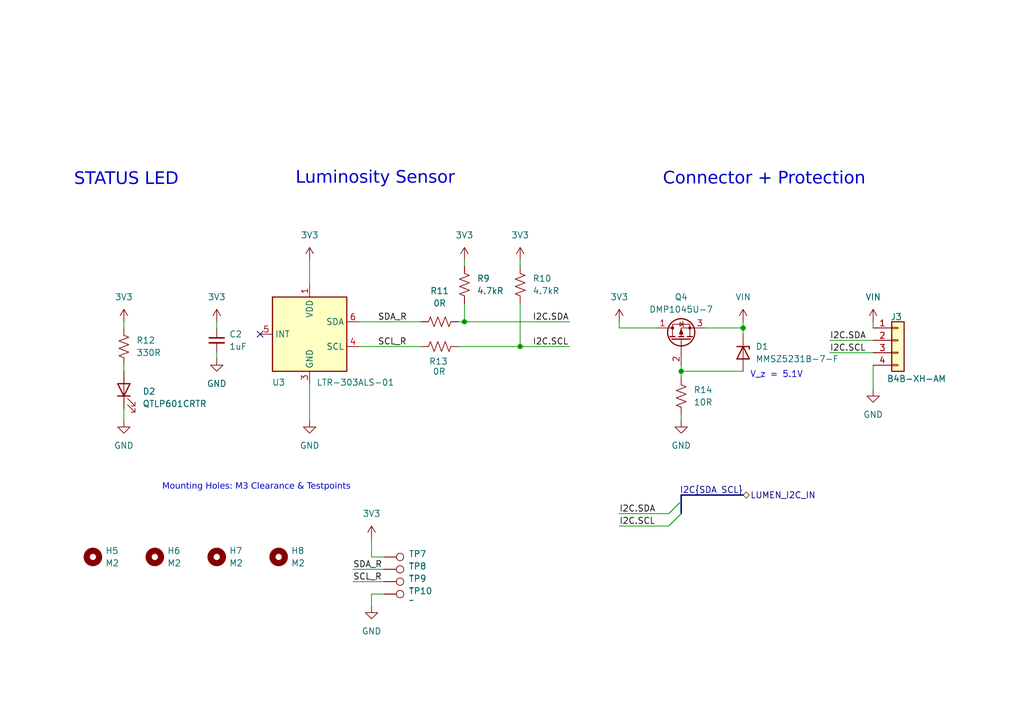
<source format=kicad_sch>
(kicad_sch (version 20231120) (generator "eeschema") (generator_version "8.0")
  (paper "A5")
  (title_block (title "${SHEETNAME}") (date "2024-11-13") (rev "1.2.0") (company "Demeter") (comment 1 "Akshat Doctor"))
  (lib_symbols
    (symbol "Connector:TestPoint" (pin_numbers hide) (pin_names (offset 0.762) hide)
      (property "Reference" "TP" (at 0 6.858 0))
      (property "Value" "TestPoint" (at 0 5.08 0))
      (symbol "TestPoint_0_1"
        (circle (center 0 3.302) (radius 0.762))
      )
      (symbol "TestPoint_1_1"
        (pin passive line (at 0 0 90) (length 2.54) (name "1") (number "1"))
      )
    )
    (symbol "Connector_Generic:Conn_01x04" (pin_names (offset 1.016) hide)
      (property "Reference" "J" (at 0 5.08 0))
      (property "Value" "Conn_01x04" (at 0 -7.62 0))
      (symbol "Conn_01x04_1_1"
        (rectangle (start -1.27 -4.953) (end 0 -5.207) (stroke (width 0.1524)))
        (rectangle (start -1.27 -2.413) (end 0 -2.667) (stroke (width 0.1524)))
        (rectangle (start -1.27 0.127) (end 0 -0.127) (stroke (width 0.1524)))
        (rectangle (start -1.27 2.667) (end 0 2.413) (stroke (width 0.1524)))
        (rectangle (start -1.27 3.81) (end 1.27 -6.35) (stroke (width 0.254)) (fill (type background)))
        (pin passive line (at -5.08 2.54 0) (length 3.81) (name "Pin_1") (number "1"))
        (pin passive line (at -5.08 0 0) (length 3.81) (name "Pin_2") (number "2"))
        (pin passive line (at -5.08 -2.54 0) (length 3.81) (name "Pin_3") (number "3"))
        (pin passive line (at -5.08 -5.08 0) (length 3.81) (name "Pin_4") (number "4"))
      )
    )
    (symbol "Device:C_Small" (pin_numbers hide) (pin_names (offset 0.254) hide)
      (property "Reference" "C" (at 0.254 1.778 0))
      (property "Value" "C_Small" (at 0.254 -2.032 0))
      (symbol "C_Small_0_1"
        (polyline (pts (xy -1.524 -0.508) (xy 1.524 -0.508)) (stroke (width 0.3302)))
        (polyline (pts (xy -1.524 0.508) (xy 1.524 0.508)) (stroke (width 0.3048)))
      )
      (symbol "C_Small_1_1"
        (pin passive line (at 0 2.54 270) (length 2.032) (name "~") (number "1"))
        (pin passive line (at 0 -2.54 90) (length 2.032) (name "~") (number "2"))
      )
    )
    (symbol "Device:D_Zener" (pin_numbers hide) (pin_names (offset 1.016) hide)
      (property "Reference" "D" (at 0 2.54 0))
      (property "Value" "D_Zener" (at 0 -2.54 0))
      (symbol "D_Zener_0_1"
        (polyline (pts (xy 1.27 0) (xy -1.27 0)))
        (polyline (pts (xy -1.27 -1.27) (xy -1.27 1.27) (xy -0.762 1.27)) (stroke (width 0.254)))
        (polyline (pts (xy 1.27 -1.27) (xy 1.27 1.27) (xy -1.27 0) (xy 1.27 -1.27)) (stroke (width 0.254)))
      )
      (symbol "D_Zener_1_1"
        (pin passive line (at -3.81 0 0) (length 2.54) (name "K") (number "1"))
        (pin passive line (at 3.81 0 180) (length 2.54) (name "A") (number "2"))
      )
    )
    (symbol "Device:LED" (pin_numbers hide) (pin_names (offset 1.016) hide)
      (property "Reference" "D" (at 0 2.54 0))
      (property "Value" "LED" (at 0 -2.54 0))
      (symbol "LED_0_1"
        (polyline (pts (xy -1.27 -1.27) (xy -1.27 1.27)) (stroke (width 0.254)))
        (polyline (pts (xy -1.27 0) (xy 1.27 0)))
        (polyline (pts (xy 1.27 -1.27) (xy 1.27 1.27) (xy -1.27 0) (xy 1.27 -1.27)) (stroke (width 0.254)))
        (polyline (pts (xy -3.048 -0.762) (xy -4.572 -2.286) (xy -3.81 -2.286) (xy -4.572 -2.286) (xy -4.572 -1.524)))
        (polyline (pts (xy -1.778 -0.762) (xy -3.302 -2.286) (xy -2.54 -2.286) (xy -3.302 -2.286) (xy -3.302 -1.524)))
      )
      (symbol "LED_1_1"
        (pin passive line (at -3.81 0 0) (length 2.54) (name "K") (number "1"))
        (pin passive line (at 3.81 0 180) (length 2.54) (name "A") (number "2"))
      )
    )
    (symbol "Device:Q_PMOS_DGS" (pin_names (offset 0) hide)
      (property "Reference" "Q" (at 5.08 1.27 0))
      (property "Value" "Q_PMOS_DGS" (at 5.08 -1.27 0))
      (symbol "Q_PMOS_DGS_0_1"
        (polyline (pts (xy 0.254 0) (xy -2.54 0)))
        (polyline (pts (xy 0.254 1.905) (xy 0.254 -1.905)) (stroke (width 0.254)))
        (polyline (pts (xy 0.762 -1.27) (xy 0.762 -2.286)) (stroke (width 0.254)))
        (polyline (pts (xy 0.762 0.508) (xy 0.762 -0.508)) (stroke (width 0.254)))
        (polyline (pts (xy 0.762 2.286) (xy 0.762 1.27)) (stroke (width 0.254)))
        (polyline (pts (xy 2.54 2.54) (xy 2.54 1.778)))
        (polyline (pts (xy 2.54 -2.54) (xy 2.54 0) (xy 0.762 0)))
        (polyline (pts (xy 0.762 1.778) (xy 3.302 1.778) (xy 3.302 -1.778) (xy 0.762 -1.778)))
        (polyline (pts (xy 2.286 0) (xy 1.27 0.381) (xy 1.27 -0.381) (xy 2.286 0)) (fill (type outline)))
        (polyline (pts (xy 2.794 -0.508) (xy 2.921 -0.381) (xy 3.683 -0.381) (xy 3.81 -0.254)))
        (polyline (pts (xy 3.302 -0.381) (xy 2.921 0.254) (xy 3.683 0.254) (xy 3.302 -0.381)))
        (circle (center 1.651 0) (radius 2.794) (stroke (width 0.254)))
        (circle (center 2.54 -1.778) (radius 0.254) (fill (type outline)))
        (circle (center 2.54 1.778) (radius 0.254) (fill (type outline)))
      )
      (symbol "Q_PMOS_DGS_1_1"
        (pin passive line (at 2.54 5.08 270) (length 2.54) (name "D") (number "1"))
        (pin input line (at -5.08 0 0) (length 2.54) (name "G") (number "2"))
        (pin passive line (at 2.54 -5.08 90) (length 2.54) (name "S") (number "3"))
      )
    )
    (symbol "Device:R_US" (pin_numbers hide) (pin_names (offset 0))
      (property "Reference" "R" (at 2.54 0 90))
      (property "Value" "R_US" (at -2.54 0 90))
      (symbol "R_US_0_1"
        (polyline (pts (xy 0 -2.286) (xy 0 -2.54)))
        (polyline (pts (xy 0 2.286) (xy 0 2.54)))
        (polyline (pts (xy 0 -0.762) (xy 1.016 -1.143) (xy 0 -1.524) (xy -1.016 -1.905) (xy 0 -2.286)))
        (polyline (pts (xy 0 0.762) (xy 1.016 0.381) (xy 0 0) (xy -1.016 -0.381) (xy 0 -0.762)))
        (polyline (pts (xy 0 2.286) (xy 1.016 1.905) (xy 0 1.524) (xy -1.016 1.143) (xy 0 0.762)))
      )
      (symbol "R_US_1_1"
        (pin passive line (at 0 3.81 270) (length 1.27) (name "~") (number "1"))
        (pin passive line (at 0 -3.81 90) (length 1.27) (name "~") (number "2"))
      )
    )
    (symbol "Mechanical:MountingHole" (pin_names (offset 1.016)) (exclude_from_sim yes) (in_bom no)
      (property "Reference" "H" (at 0 5.08 0))
      (property "Value" "MountingHole" (at 0 3.175 0))
      (symbol "MountingHole_0_1"
        (circle (center 0 0) (radius 1.27) (stroke (width 1.27)))
      )
    )
    (symbol "Sensor_Optical:LTR-303ALS-01"
      (property "Reference" "U" (at -7.62 8.89 0))
      (property "Value" "LTR-303ALS-01" (at 1.27 8.89 0))
      (symbol "LTR-303ALS-01_0_1"
        (rectangle (start -7.62 7.62) (end 7.62 -7.62) (stroke (width 0.254)) (fill (type background)))
      )
      (symbol "LTR-303ALS-01_1_1"
        (pin power_in line (at 0 10.16 270) (length 2.54) (name "VDD") (number "1"))
        (pin no_connect line (at 7.62 -2.54 180) (length 2.54) hide (name "NC") (number "2"))
        (pin power_in line (at 0 -10.16 90) (length 2.54) (name "GND") (number "3"))
        (pin input line (at -10.16 -2.54 0) (length 2.54) (name "SCL") (number "4"))
        (pin open_collector line (at 10.16 0 180) (length 2.54) (name "INT") (number "5"))
        (pin bidirectional line (at -10.16 2.54 0) (length 2.54) (name "SDA") (number "6"))
      )
    )
    (symbol "power:GND" (power) (pin_numbers hide) (pin_names (offset 0) hide)
      (property "Value" "GND" (at 0 -3.81 0))
      (symbol "GND_0_1"
        (polyline (pts (xy 0 0) (xy 0 -1.27) (xy 1.27 -1.27) (xy 0 -2.54) (xy -1.27 -1.27) (xy 0 -1.27)))
      )
      (symbol "GND_1_1"
        (pin power_in line (at 0 0 270) (length 0) (name "~") (number "1"))
      )
    )
    (symbol "power:VBUS" (power) (pin_numbers hide) (pin_names (offset 0) hide)
      (property "Value" "VBUS" (at 0 3.556 0))
      (symbol "VBUS_0_1"
        (polyline (pts (xy -0.762 1.27) (xy 0 2.54)))
        (polyline (pts (xy 0 0) (xy 0 2.54)))
        (polyline (pts (xy 0 2.54) (xy 0.762 1.27)))
      )
      (symbol "VBUS_1_1"
        (pin power_in line (at 0 0 90) (length 0) (name "~") (number "1"))
      )
    )
  )
  (junction (at 139.7 76.2))
  (junction (at 152.4 67.31))
  (junction (at 95.25 66.04))
  (junction (at 106.68 71.12))
  (no_connect (at 53.34 68.58))
  (bus_entry (at 139.7 102.87) (size -2.54 2.54))
  (bus_entry (at 139.7 105.41) (size -2.54 2.54))
  (bus_entry (at 139.7 105.41) (size -2.54 2.54))
  (bus_entry (at 139.7 102.87) (size -2.54 2.54))
  (wire (pts (xy 72.39 119.38) (xy 78.74 119.38)))
  (bus (pts (xy 139.7 102.87) (xy 139.7 105.41)))
  (wire (pts (xy 25.4 66.04) (xy 25.4 67.31)))
  (wire (pts (xy 152.4 68.58) (xy 152.4 67.31)))
  (wire (pts (xy 78.74 114.3) (xy 76.2 114.3)))
  (wire (pts (xy 139.7 76.2) (xy 152.4 76.2)))
  (wire (pts (xy 127 107.95) (xy 137.16 107.95)))
  (wire (pts (xy 78.74 121.92) (xy 76.2 121.92)))
  (wire (pts (xy 106.68 71.12) (xy 116.84 71.12)))
  (wire (pts (xy 63.5 58.42) (xy 63.5 53.34)))
  (wire (pts (xy 95.25 62.23) (xy 95.25 66.04)))
  (wire (pts (xy 73.66 71.12) (xy 86.36 71.12)))
  (wire (pts (xy 170.18 69.85) (xy 179.07 69.85)))
  (wire (pts (xy 139.7 85.09) (xy 139.7 86.36)))
  (wire (pts (xy 63.5 78.74) (xy 63.5 86.36)))
  (wire (pts (xy 179.07 66.04) (xy 179.07 67.31)))
  (wire (pts (xy 127 66.04) (xy 127 67.31)))
  (wire (pts (xy 144.78 67.31) (xy 152.4 67.31)))
  (bus (pts (xy 139.7 101.6) (xy 139.7 102.87)))
  (wire (pts (xy 152.4 66.04) (xy 152.4 67.31)))
  (wire (pts (xy 76.2 121.92) (xy 76.2 124.46)))
  (wire (pts (xy 73.66 66.04) (xy 86.36 66.04)))
  (wire (pts (xy 72.39 116.84) (xy 78.74 116.84)))
  (wire (pts (xy 76.2 110.49) (xy 76.2 114.3)))
  (wire (pts (xy 25.4 83.82) (xy 25.4 86.36)))
  (wire (pts (xy 93.98 71.12) (xy 106.68 71.12)))
  (wire (pts (xy 179.07 74.93) (xy 179.07 80.01)))
  (wire (pts (xy 170.18 72.39) (xy 179.07 72.39)))
  (wire (pts (xy 127 105.41) (xy 137.16 105.41)))
  (wire (pts (xy 95.25 66.04) (xy 116.84 66.04)))
  (wire (pts (xy 25.4 74.93) (xy 25.4 76.2)))
  (bus (pts (xy 139.7 101.6) (xy 152.4 101.6)))
  (wire (pts (xy 106.68 71.12) (xy 106.68 62.23)))
  (wire (pts (xy 93.98 66.04) (xy 95.25 66.04)))
  (wire (pts (xy 44.45 72.39) (xy 44.45 73.66)))
  (wire (pts (xy 127 67.31) (xy 134.62 67.31)))
  (wire (pts (xy 95.25 53.34) (xy 95.25 54.61)))
  (wire (pts (xy 139.7 77.47) (xy 139.7 76.2)))
  (wire (pts (xy 139.7 74.93) (xy 139.7 76.2)))
  (wire (pts (xy 44.45 66.04) (xy 44.45 67.31)))
  (wire (pts (xy 106.68 53.34) (xy 106.68 54.61)))
  (text "Mounting Holes: M3 Clearance & Testpoints\n" (at 52.578 100.33 0) (effects (font (size 1.27 1.27))))
  (text "V_z = 5.1V" (at 159.258 76.962 0) (effects (font (size 1.27 1.27))))
  (text "STATUS LED\n" (exclude_from_sim yes) (at 25.908 37.592 0) (effects (font (size 2.54 2.54))))
  (text "Luminosity Sensor\n" (at 76.962 37.338 0) (effects (font (size 2.54 2.54))))
  (text "Connector + Protection\n\n" (at 156.718 39.624 0) (effects (font (size 2.54 2.54))))
  (label "I2C.SCL" (at 170.18 72.39 0))
  (label "I2C.SDA" (at 127 105.41 0))
  (label "I2C.SCL" (at 127 107.95 0))
  (label "I2C.SCL" (at 109.22 71.12 0))
  (label "I2C.SDA" (at 170.18 69.85 0))
  (label "SCL_R" (at 72.39 119.38 0))
  (label "SDA_R" (at 72.39 116.84 0))
  (label "I2C.SDA" (at 109.22 66.04 0))
  (label "SDA_R" (at 77.47 66.04 0))
  (label "I2C{SDA SCL}" (at 152.4 101.6 180))
  (label "SCL_R" (at 77.47 71.12 0))
  (hierarchical_label "LUMEN_I2C_IN" (shape bidirectional) (at 152.4 101.6 0))
  (symbol (lib_id "power:VBUS") (at 63.5 53.34 0) (mirror y) (unit 1)
    (property "Reference" "#PWR019" (effects (hide yes)))
    (property "Value" "3V3" (at 63.5 48.26 0))
    (property "Description" "Power symbol creates a global label with name \"VBUS\"" (effects (hide yes)))
    (instances (project "Node Controller" (path "" (reference "#PWR019") (unit 1)) (path "" (reference "#PWR051") (unit 1))))
  )
  (symbol (lib_id "power:GND") (at 139.7 86.36 0) (mirror y) (unit 1)
    (property "Reference" "#PWR031" (effects (hide yes)))
    (property "Value" "GND" (at 139.7 91.44 0))
    (property "Description" "Power symbol creates a global label with name \"GND\" , ground" (effects (hide yes)))
    (instances (project "Node Controller" (path "" (reference "#PWR031") (unit 1)) (path "" (reference "#PWR063") (unit 1))))
  )
  (symbol (lib_id "power:GND") (at 179.07 80.01 0) (mirror y) (unit 1)
    (property "Reference" "#PWR028" (effects (hide yes)))
    (property "Value" "GND" (at 179.07 85.09 0))
    (property "Description" "Power symbol creates a global label with name \"GND\" , ground" (effects (hide yes)))
    (instances (project "Node Controller" (path "" (reference "#PWR028") (unit 1)) (path "" (reference "#PWR060") (unit 1))))
  )
  (symbol (lib_id "power:VBUS") (at 127 66.04 0) (mirror y) (unit 1)
    (property "Reference" "#PWR024" (effects (hide yes)))
    (property "Value" "3V3" (at 127 60.96 0))
    (property "Description" "Power symbol creates a global label with name \"VBUS\"" (effects (hide yes)))
    (instances (project "Node Controller" (path "" (reference "#PWR024") (unit 1)) (path "" (reference "#PWR056") (unit 1))))
  )
  (symbol (lib_id "Device:R_US") (at 95.25 58.42 180) (unit 1)
    (property "Reference" "R9" (at 97.79 57.1499 0) (effects (justify right)))
    (property "Value" "4.7kR" (at 97.79 59.6899 0) (effects (justify right)))
    (property "Footprint" "Resistor_SMD:R_0603_1608Metric" (effects (hide yes)))
    (property "Description" "Resistor, US symbol" (effects (hide yes)))
    (property "Part Number" "RC0603FR-074K7L" (effects (hide yes)))
    (instances (project "Node Controller" (path "" (reference "R9") (unit 1)) (path "" (reference "R23") (unit 1))))
  )
  (symbol (lib_id "Mechanical:MountingHole") (at 57.15 114.3 0) (unit 1) (exclude_from_sim yes) (in_bom no)
    (property "Reference" "H8" (at 59.69 113.0299 0) (effects (justify left)))
    (property "Value" "M2" (at 59.69 115.5699 0) (effects (justify left)))
    (property "Footprint" "MountingHole:MountingHole_2.2mm_M2_Pad" (effects (hide yes)))
    (property "Description" "Mounting Hole without connection" (effects (hide yes)))
    (instances (project "Node Controller" (path "" (reference "H8") (unit 1)) (path "" (reference "H16") (unit 1))))
  )
  (symbol (lib_id "power:VBUS") (at 179.07 66.04 0) (mirror y) (unit 1)
    (property "Reference" "#PWR026" (effects (hide yes)))
    (property "Value" "VIN" (at 179.07 60.96 0))
    (property "Description" "Power symbol creates a global label with name \"VBUS\"" (effects (hide yes)))
    (instances (project "Node Controller" (path "" (reference "#PWR026") (unit 1)) (path "" (reference "#PWR058") (unit 1))))
  )
  (symbol (lib_id "power:GND") (at 76.2 124.46 0) (mirror y) (unit 1)
    (property "Reference" "#PWR033" (effects (hide yes)))
    (property "Value" "GND" (at 76.2 129.54 0))
    (property "Description" "Power symbol creates a global label with name \"GND\" , ground" (effects (hide yes)))
    (instances (project "Node Controller" (path "" (reference "#PWR033") (unit 1)) (path "" (reference "#PWR065") (unit 1))))
  )
  (symbol (lib_id "Connector_Generic:Conn_01x04") (at 184.15 69.85 0) (unit 1)
    (property "Reference" "J3" (at 182.626 65.024 0) (effects (justify left)))
    (property "Value" "B4B-XH-AM" (at 181.864 77.724 0) (effects (justify left)))
    (property "Footprint" "Connector_JST:JST_XH_B4B-XH-AM_1x04_P2.50mm_Vertical" (effects (hide yes)))
    (property "Description" "Generic connector, single row, 01x04, script generated (kicad-library-utils/schlib/autogen/connector/)" (effects (hide yes)))
    (property "Part Number" "B4B-XH-AM " (effects (hide yes)))
    (instances (project "Node Controller" (path "" (reference "J3") (unit 1)) (path "" (reference "J6") (unit 1))))
  )
  (symbol (lib_id "power:VBUS") (at 25.4 66.04 0) (mirror y) (unit 1)
    (property "Reference" "#PWR022" (effects (hide yes)))
    (property "Value" "3V3" (at 25.4 60.96 0))
    (property "Description" "Power symbol creates a global label with name \"VBUS\"" (effects (hide yes)))
    (instances (project "Node Controller" (path "" (reference "#PWR022") (unit 1)) (path "" (reference "#PWR054") (unit 1))))
  )
  (symbol (lib_id "Sensor_Optical:LTR-303ALS-01") (at 63.5 68.58 0) (mirror y) (unit 1)
    (property "Reference" "U3" (at 57.15 78.486 0))
    (property "Value" "LTR-303ALS-01" (at 72.898 78.486 0))
    (property "Footprint" "OptoDevice:Lite-On_LTR-303ALS-01" (effects (hide yes)))
    (property "Datasheet" "https://optoelectronics.liteon.com/upload/download/DS86-2013-0004/LTR-303ALS-01_DS_V1.pdf" (effects (hide yes)))
    (property "Description" "ambient light sensor, i2c interface, 0.01 to 64k lux, 2.4-3.6V" (effects (hide yes)))
    (property "Part Number" "LTR-303ALS-01" (effects (hide yes)))
    (instances (project "Node Controller" (path "" (reference "U3") (unit 1)) (path "" (reference "U5") (unit 1))))
  )
  (symbol (lib_id "power:VBUS") (at 76.2 110.49 0) (mirror y) (unit 1)
    (property "Reference" "#PWR032" (effects (hide yes)))
    (property "Value" "3V3" (at 76.2 105.41 0))
    (property "Description" "Power symbol creates a global label with name \"VBUS\"" (effects (hide yes)))
    (instances (project "Node Controller" (path "" (reference "#PWR032") (unit 1)) (path "" (reference "#PWR064") (unit 1))))
  )
  (symbol (lib_id "Connector:TestPoint") (at 78.74 119.38 270) (unit 1)
    (property "Reference" "TP9" (at 83.82 118.7449 90) (effects (justify left)))
    (property "Value" "~" (at 83.82 120.65 90) (effects (justify left)))
    (property "Footprint" "TestPoint:TestPoint_Pad_D1.0mm" (effects (hide yes)))
    (property "Description" "test point" (effects (hide yes)))
    (instances (project "Node Controller" (path "" (reference "TP9") (unit 1)) (path "" (reference "TP17") (unit 1))))
  )
  (symbol (lib_id "Connector:TestPoint") (at 78.74 121.92 270) (unit 1)
    (property "Reference" "TP10" (at 83.82 121.2849 90) (effects (justify left)))
    (property "Value" "~" (at 83.82 123.19 90) (effects (justify left)))
    (property "Footprint" "TestPoint:TestPoint_Pad_D1.0mm" (effects (hide yes)))
    (property "Description" "test point" (effects (hide yes)))
    (instances (project "Node Controller" (path "" (reference "TP10") (unit 1)) (path "" (reference "TP18") (unit 1))))
  )
  (symbol (lib_id "power:GND") (at 63.5 86.36 0) (mirror y) (unit 1)
    (property "Reference" "#PWR030" (effects (hide yes)))
    (property "Value" "GND" (at 63.5 91.44 0))
    (property "Description" "Power symbol creates a global label with name \"GND\" , ground" (effects (hide yes)))
    (instances (project "Node Controller" (path "" (reference "#PWR030") (unit 1)) (path "" (reference "#PWR062") (unit 1))))
  )
  (symbol (lib_id "Mechanical:MountingHole") (at 31.75 114.3 0) (unit 1) (exclude_from_sim yes) (in_bom no)
    (property "Reference" "H6" (at 34.29 113.0299 0) (effects (justify left)))
    (property "Value" "M2" (at 34.29 115.5699 0) (effects (justify left)))
    (property "Footprint" "MountingHole:MountingHole_2.2mm_M2_Pad" (effects (hide yes)))
    (property "Description" "Mounting Hole without connection" (effects (hide yes)))
    (instances (project "Node Controller" (path "" (reference "H6") (unit 1)) (path "" (reference "H14") (unit 1))))
  )
  (symbol (lib_id "Mechanical:MountingHole") (at 19.05 114.3 0) (unit 1) (exclude_from_sim yes) (in_bom no)
    (property "Reference" "H5" (at 21.59 113.0299 0) (effects (justify left)))
    (property "Value" "M2" (at 21.59 115.5699 0) (effects (justify left)))
    (property "Footprint" "MountingHole:MountingHole_2.2mm_M2_Pad" (effects (hide yes)))
    (property "Description" "Mounting Hole without connection" (effects (hide yes)))
    (instances (project "Node Controller" (path "" (reference "H5") (unit 1)) (path "" (reference "H13") (unit 1))))
  )
  (symbol (lib_id "Connector:TestPoint") (at 78.74 116.84 270) (unit 1)
    (property "Reference" "TP8" (at 83.82 116.2049 90) (effects (justify left)))
    (property "Value" "~" (at 83.82 118.11 90) (effects (justify left)))
    (property "Footprint" "TestPoint:TestPoint_Pad_D1.0mm" (effects (hide yes)))
    (property "Description" "test point" (effects (hide yes)))
    (instances (project "Node Controller" (path "" (reference "TP8") (unit 1)) (path "" (reference "TP16") (unit 1))))
  )
  (symbol (lib_id "Mechanical:MountingHole") (at 44.45 114.3 0) (unit 1) (exclude_from_sim yes) (in_bom no)
    (property "Reference" "H7" (at 46.99 113.0299 0) (effects (justify left)))
    (property "Value" "M2" (at 46.99 115.5699 0) (effects (justify left)))
    (property "Footprint" "MountingHole:MountingHole_2.2mm_M2_Pad" (effects (hide yes)))
    (property "Description" "Mounting Hole without connection" (effects (hide yes)))
    (instances (project "Node Controller" (path "" (reference "H7") (unit 1)) (path "" (reference "H15") (unit 1))))
  )
  (symbol (lib_id "power:GND") (at 44.45 73.66 0) (mirror y) (unit 1)
    (property "Reference" "#PWR027" (effects (hide yes)))
    (property "Value" "GND" (at 44.45 78.74 0))
    (property "Description" "Power symbol creates a global label with name \"GND\" , ground" (effects (hide yes)))
    (instances (project "Node Controller" (path "" (reference "#PWR027") (unit 1)) (path "" (reference "#PWR059") (unit 1))))
  )
  (symbol (lib_id "power:VBUS") (at 152.4 66.04 0) (mirror y) (unit 1)
    (property "Reference" "#PWR025" (effects (hide yes)))
    (property "Value" "VIN" (at 152.4 60.96 0))
    (property "Description" "Power symbol creates a global label with name \"VBUS\"" (effects (hide yes)))
    (instances (project "Node Controller" (path "" (reference "#PWR025") (unit 1)) (path "" (reference "#PWR057") (unit 1))))
  )
  (symbol (lib_id "Device:R_US") (at 90.17 66.04 90) (unit 1)
    (property "Reference" "R11" (at 90.17 59.69 90))
    (property "Value" "0R" (at 90.17 62.23 90))
    (property "Footprint" "Resistor_SMD:R_0603_1608Metric" (effects (hide yes)))
    (property "Description" "Resistor, US symbol" (effects (hide yes)))
    (property "Part Number" "RC0603FR-070RL" (effects (hide yes)))
    (instances (project "Node Controller" (path "" (reference "R11") (unit 1)) (path "" (reference "R25") (unit 1))))
  )
  (symbol (lib_id "power:VBUS") (at 95.25 53.34 0) (mirror y) (unit 1)
    (property "Reference" "#PWR020" (effects (hide yes)))
    (property "Value" "3V3" (at 95.25 48.26 0))
    (property "Description" "Power symbol creates a global label with name \"VBUS\"" (effects (hide yes)))
    (instances (project "Node Controller" (path "" (reference "#PWR020") (unit 1)) (path "" (reference "#PWR052") (unit 1))))
  )
  (symbol (lib_id "Device:R_US") (at 106.68 58.42 180) (unit 1)
    (property "Reference" "R10" (at 109.22 57.1499 0) (effects (justify right)))
    (property "Value" "4.7kR" (at 109.22 59.6899 0) (effects (justify right)))
    (property "Footprint" "Resistor_SMD:R_0603_1608Metric" (effects (hide yes)))
    (property "Description" "Resistor, US symbol" (effects (hide yes)))
    (property "Part Number" "RC0603FR-074K7L" (effects (hide yes)))
    (instances (project "Node Controller" (path "" (reference "R10") (unit 1)) (path "" (reference "R24") (unit 1))))
  )
  (symbol (lib_id "Device:Q_PMOS_DGS") (at 139.7 69.85 90) (unit 1)
    (property "Reference" "Q4" (at 139.7 60.96 90))
    (property "Value" "DMP1045U-7" (at 139.7 63.5 90))
    (property "Footprint" "Package_TO_SOT_SMD:SOT-23-3" (effects (hide yes)))
    (property "Description" "P-MOSFET transistor, drain/gate/source" (effects (hide yes)))
    (property "Part Number" "DMP1045U-7" (effects (hide yes)))
    (instances (project "Node Controller" (path "" (reference "Q4") (unit 1)) (path "" (reference "Q6") (unit 1))))
  )
  (symbol (lib_id "Connector:TestPoint") (at 78.74 114.3 270) (unit 1)
    (property "Reference" "TP7" (at 83.82 113.6649 90) (effects (justify left)))
    (property "Value" "~" (at 83.82 115.57 90) (effects (justify left)))
    (property "Footprint" "TestPoint:TestPoint_Pad_D1.0mm" (effects (hide yes)))
    (property "Description" "test point" (effects (hide yes)))
    (instances (project "Node Controller" (path "" (reference "TP7") (unit 1)) (path "" (reference "TP15") (unit 1))))
  )
  (symbol (lib_id "Device:D_Zener") (at 152.4 72.39 270) (unit 1)
    (property "Reference" "D1" (at 154.94 71.1199 90) (effects (justify left)))
    (property "Value" "MMSZ5231B-7-F" (at 154.94 73.6599 90) (effects (justify left)))
    (property "Footprint" "Diode_SMD:D_SOD-123" (effects (hide yes)))
    (property "Description" "Zener diode" (effects (hide yes)))
    (property "Part Number" "MMSZ5231B-7-F" (effects (hide yes)))
    (instances (project "Node Controller" (path "" (reference "D1") (unit 1)) (path "" (reference "D5") (unit 1))))
  )
  (symbol (lib_id "Device:LED") (at 25.4 80.01 90) (unit 1)
    (property "Reference" "D2" (at 29.21 80.3274 90) (effects (justify right)))
    (property "Value" "QTLP601CRTR" (at 29.21 82.8674 90) (effects (justify right)))
    (property "Footprint" "LED_SMD:LED_0603_1608Metric" (effects (hide yes)))
    (property "Description" "Light emitting diode" (effects (hide yes)))
    (property "Part Number" "QTLP601CRTR" (effects (hide yes)))
    (instances (project "Node Controller" (path "" (reference "D2") (unit 1)) (path "" (reference "D6") (unit 1))))
  )
  (symbol (lib_id "power:GND") (at 25.4 86.36 0) (mirror y) (unit 1)
    (property "Reference" "#PWR029" (effects (hide yes)))
    (property "Value" "GND" (at 25.4 91.44 0))
    (property "Description" "Power symbol creates a global label with name \"GND\" , ground" (effects (hide yes)))
    (instances (project "Node Controller" (path "" (reference "#PWR029") (unit 1)) (path "" (reference "#PWR061") (unit 1))))
  )
  (symbol (lib_id "Device:R_US") (at 90.17 71.12 90) (unit 1)
    (property "Reference" "R13" (at 89.916 74.168 90))
    (property "Value" "0R" (at 90.0706 76.2361 90))
    (property "Footprint" "Resistor_SMD:R_0603_1608Metric" (effects (hide yes)))
    (property "Description" "Resistor, US symbol" (effects (hide yes)))
    (property "Part Number" "RC0603FR-070RL" (effects (hide yes)))
    (instances (project "Node Controller" (path "" (reference "R13") (unit 1)) (path "" (reference "R27") (unit 1))))
  )
  (symbol (lib_id "Device:R_US") (at 25.4 71.12 180) (unit 1)
    (property "Reference" "R12" (at 27.94 69.8499 0) (effects (justify right)))
    (property "Value" "330R" (at 27.94 72.3899 0) (effects (justify right)))
    (property "Footprint" "Resistor_SMD:R_0402_1005Metric" (effects (hide yes)))
    (property "Description" "Resistor, US symbol" (effects (hide yes)))
    (property "Part Number" "RC0603FR-07330RL" (effects (hide yes)))
    (instances (project "Node Controller" (path "" (reference "R12") (unit 1)) (path "" (reference "R26") (unit 1))))
  )
  (symbol (lib_id "Device:C_Small") (at 44.45 69.85 0) (unit 1)
    (property "Reference" "C2" (at 46.99 68.5862 0) (effects (justify left)))
    (property "Value" "1uF" (at 46.99 71.1262 0) (effects (justify left)))
    (property "Footprint" "Capacitor_SMD:C_1206_3216Metric" (effects (hide yes)))
    (property "Description" "Unpolarized capacitor, small symbol" (effects (hide yes)))
    (property "Part Number" "CL31B105KCHNNNE " (effects (hide yes)))
    (instances (project "Node Controller" (path "" (reference "C2") (unit 1)) (path "" (reference "C4") (unit 1))))
  )
  (symbol (lib_id "power:VBUS") (at 44.45 66.04 0) (mirror y) (unit 1)
    (property "Reference" "#PWR023" (effects (hide yes)))
    (property "Value" "3V3" (at 44.45 60.96 0))
    (property "Description" "Power symbol creates a global label with name \"VBUS\"" (effects (hide yes)))
    (instances (project "Node Controller" (path "" (reference "#PWR023") (unit 1)) (path "" (reference "#PWR055") (unit 1))))
  )
  (symbol (lib_id "Device:R_US") (at 139.7 81.28 0) (unit 1)
    (property "Reference" "R14" (at 142.24 80.0099 0) (effects (justify left)))
    (property "Value" "10R" (at 142.24 82.5499 0) (effects (justify left)))
    (property "Footprint" "Resistor_SMD:R_0402_1005Metric" (effects (hide yes)))
    (property "Description" "Resistor, US symbol" (effects (hide yes)))
    (property "Part Number" "RC0603FR-0710RL" (effects (hide yes)))
    (instances (project "Node Controller" (path "" (reference "R14") (unit 1)) (path "" (reference "R28") (unit 1))))
  )
  (symbol (lib_id "power:VBUS") (at 106.68 53.34 0) (mirror y) (unit 1)
    (property "Reference" "#PWR021" (effects (hide yes)))
    (property "Value" "3V3" (at 106.68 48.26 0))
    (property "Description" "Power symbol creates a global label with name \"VBUS\"" (effects (hide yes)))
    (instances (project "Node Controller" (path "" (reference "#PWR021") (unit 1)) (path "" (reference "#PWR053") (unit 1))))
  )
)
</source>
